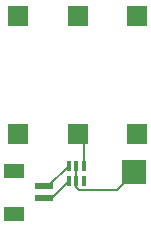
<source format=gbr>
%TF.GenerationSoftware,KiCad,Pcbnew,9.0.0*%
%TF.CreationDate,2025-03-16T05:21:04+01:00*%
%TF.ProjectId,IngestibleCapsule-Antennae,496e6765-7374-4696-926c-654361707375,rev?*%
%TF.SameCoordinates,Original*%
%TF.FileFunction,Copper,L1,Top*%
%TF.FilePolarity,Positive*%
%FSLAX46Y46*%
G04 Gerber Fmt 4.6, Leading zero omitted, Abs format (unit mm)*
G04 Created by KiCad (PCBNEW 9.0.0) date 2025-03-16 05:21:04*
%MOMM*%
%LPD*%
G01*
G04 APERTURE LIST*
%TA.AperFunction,SMDPad,CuDef*%
%ADD10R,0.304800X0.812800*%
%TD*%
%TA.AperFunction,SMDPad,CuDef*%
%ADD11R,1.550000X0.600000*%
%TD*%
%TA.AperFunction,SMDPad,CuDef*%
%ADD12R,1.800000X1.200000*%
%TD*%
%TA.AperFunction,SMDPad,CuDef*%
%ADD13R,2.000000X2.000000*%
%TD*%
%TA.AperFunction,SMDPad,CuDef*%
%ADD14R,1.803400X1.803400*%
%TD*%
%TA.AperFunction,Conductor*%
%ADD15C,0.200000*%
%TD*%
G04 APERTURE END LIST*
D10*
%TO.P,U1,1,UNBALANCEDPORT*%
%TO.N,Net-(U1-UNBALANCEDPORT)*%
X80660000Y-52980002D03*
%TO.P,U1,2,GND/DCFEED+/RFGND*%
%TO.N,GND*%
X80010001Y-52980002D03*
%TO.P,U1,3,BALANCEDPORT*%
%TO.N,/C_RFN*%
X79360002Y-52980002D03*
%TO.P,U1,4,BALANCEDPORT*%
%TO.N,/C_RFP*%
X79360002Y-54280000D03*
%TO.P,U1,5,GND*%
%TO.N,GND*%
X80010001Y-54280000D03*
%TO.P,U1,6,NC*%
%TO.N,unconnected-(U1-NC-Pad6)*%
X80660000Y-54280000D03*
%TD*%
D11*
%TO.P,J2,1,Pin_1*%
%TO.N,/C_RFN*%
X77277000Y-54720000D03*
%TO.P,J2,2,Pin_2*%
%TO.N,/C_RFP*%
X77277000Y-55720000D03*
D12*
%TO.P,J2,MP1*%
%TO.N,N/C*%
X74752000Y-53420000D03*
%TO.P,J2,MP2*%
X74752000Y-57020000D03*
%TD*%
D13*
%TO.P,TP1,1,1*%
%TO.N,GND*%
X84900000Y-53510000D03*
%TD*%
D14*
%TO.P,AE1,1,1*%
%TO.N,Net-(U1-UNBALANCEDPORT)*%
X80110000Y-50313800D03*
%TO.P,AE1,2*%
%TO.N,N/C*%
X85110000Y-50313800D03*
%TO.P,AE1,3*%
X85110000Y-40306200D03*
%TO.P,AE1,4*%
X80110000Y-40306200D03*
%TO.P,AE1,5*%
X75110000Y-40306200D03*
%TO.P,AE1,6*%
X75110000Y-50313800D03*
%TD*%
D15*
%TO.N,/C_RFP*%
X77277000Y-55720000D02*
X77920002Y-55720000D01*
X77920002Y-55720000D02*
X79360002Y-54280000D01*
%TO.N,/C_RFN*%
X77620004Y-54720000D02*
X79360002Y-52980002D01*
X77277000Y-54720000D02*
X77620004Y-54720000D01*
%TO.N,Net-(U1-UNBALANCEDPORT)*%
X80660000Y-50863800D02*
X80110000Y-50313800D01*
X80660000Y-52980002D02*
X80660000Y-50863800D01*
%TO.N,GND*%
X80010001Y-54790801D02*
X80206600Y-54987400D01*
X80206600Y-54987400D02*
X83422600Y-54987400D01*
X80010001Y-54280000D02*
X80010001Y-54790801D01*
X80010001Y-54280000D02*
X80010001Y-52980002D01*
X83422600Y-54987400D02*
X84900000Y-53510000D01*
%TD*%
M02*

</source>
